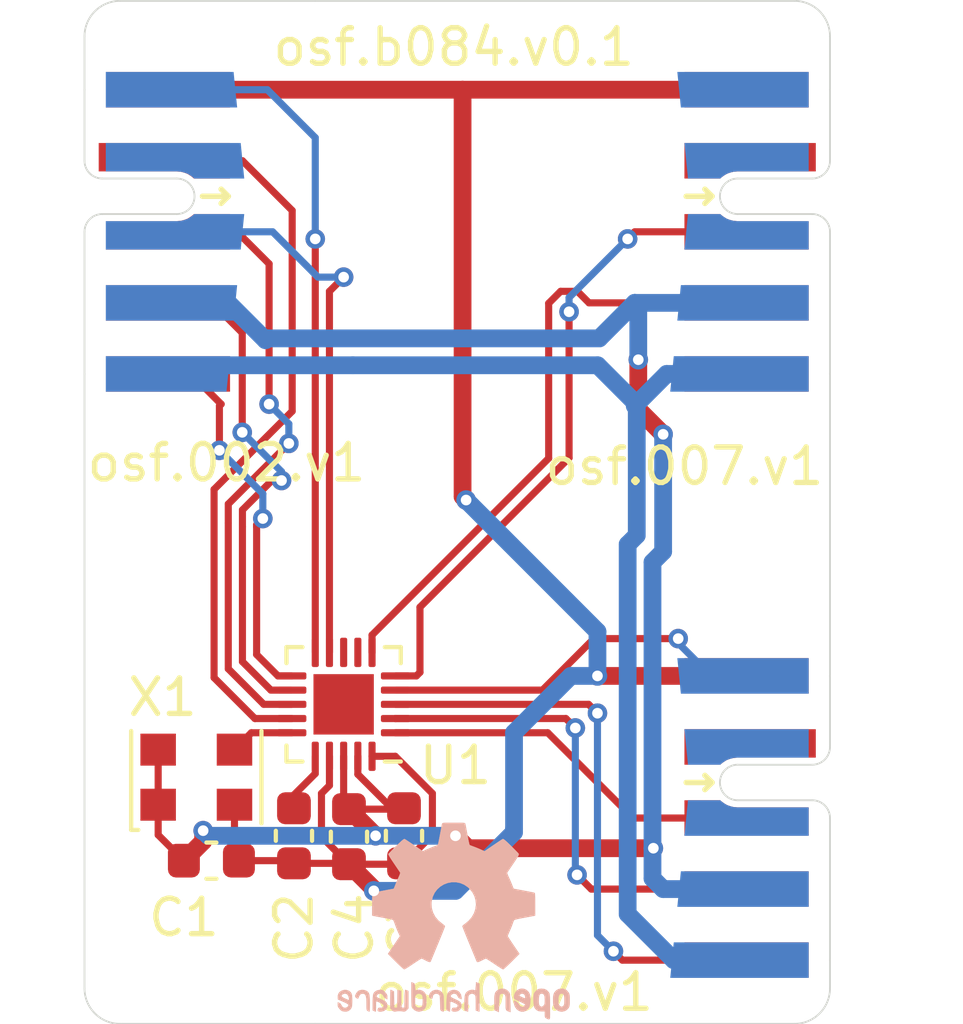
<source format=kicad_pcb>
(kicad_pcb (version 20211014) (generator pcbnew)
  (layers (0 "F.Cu" signal) (1 "In1.Cu" signal) (2 "In2.Cu" signal) (31 "B.Cu" signal) (34 "B.Paste" user) (35 "F.Paste" user) (36 "B.SilkS" user "B.Silkscreen") (37 "F.SilkS" user "F.Silkscreen") (38 "B.Mask" user) (39 "F.Mask" user) (44 "Edge.Cuts" user))
  (net 0 "")
  (net 1 "/5V")
  (net 2 "/3.3V")
  (net 3 "Net-(C2-Pad2)")
  (net 7 "GND")
  (net 9 "/ADC/{slash}RESET")
  (net 10 "/ADC/CS")
  (net 11 "/ADC/{slash}DRDY")
  (net 12 "/ADC/AD3-")
  (net 13 "/ADC/AD3+")
  (net 15 "/ADC/AD2+")
  (net 16 "/ADC/AD2-")
  (net 17 "/ADC/AD1-")
  (net 18 "/ADC/AD1+")
  (net 20 "/ADC/SCLK")
  (net 21 "/ADC/MISO")
  (net 22 "/ADC/MOSI")
  (net 23 "Net-(U1-Pad15)")
  (footprint "Capacitor_SMD:C_0603_1608Metric" (layer "F.Cu") (at 37.45 170.525 -90)
    (fp_text reference "C4" (at 2.575 -0.15 90) (layer "F.SilkS"))
    (fp_text value "100nF")
    (pad "1" smd roundrect locked (at -0.775 0 270) (size 0.9 0.95) (layers "F.Cu" "F.Paste" "F.Mask") (net 2 "/3.3V"))
    (pad "2" smd roundrect locked (at 0.775 0 270) (size 0.9 0.95) (layers "F.Cu" "F.Paste" "F.Mask") (net 7 "GND"))
  )
  (footprint "Oscillator:Oscillator_SMD_EuroQuartz_XO32-4Pin_3.2x2.5mm" (layer "F.Cu") (at 33.15 168.85 90)
    (fp_text reference "X1" (at 2.25 -0.95 180) (layer "F.SilkS"))
    (fp_text value "XO32")
    (pad "1" smd rect locked (at -0.775 -1.075) (size 1 0.9) (layers "F.Cu" "F.Paste" "F.Mask") (net 2 "/3.3V"))
    (pad "2" smd rect locked (at -0.775 1.075) (size 1 0.9) (layers "F.Cu" "F.Paste" "F.Mask") (net 7 "GND"))
    (pad "3" smd rect locked (at 0.775 1.075) (size 1 0.9) (layers "F.Cu" "F.Paste" "F.Mask") (net 23 "Net-(U1-Pad15)"))
    (pad "4" smd rect locked (at 0.775 -1.075) (size 1 0.9) (layers "F.Cu" "F.Paste" "F.Mask") (net 2 "/3.3V"))
  )
  (footprint "Package_DFN_QFN:WQFN-20-1EP_3x3mm_P0.4mm_EP1.7x1.7mm" (layer "F.Cu") (at 37.3 166.8 180)
    (fp_text reference "U1" (at -3.15 -1.72) (layer "F.SilkS"))
    (fp_text value "ADS131M03")
    (pad "1" smd roundrect locked (at -1.4625 -0.8 180) (size 0.825 0.2) (layers "F.Cu" "F.Paste" "F.Mask") (net 18 "/ADC/AD1+"))
    (pad "2" smd roundrect locked (at -1.4625 -0.4 180) (size 0.825 0.2) (layers "F.Cu" "F.Paste" "F.Mask") (net 17 "/ADC/AD1-"))
    (pad "3" smd roundrect locked (at -1.4625 0 180) (size 0.825 0.2) (layers "F.Cu" "F.Paste" "F.Mask") (net 15 "/ADC/AD2+"))
    (pad "4" smd roundrect locked (at -1.4625 0.4 180) (size 0.825 0.2) (layers "F.Cu" "F.Paste" "F.Mask") (net 16 "/ADC/AD2-"))
    (pad "5" smd roundrect locked (at -1.4625 0.8 180) (size 0.825 0.2) (layers "F.Cu" "F.Paste" "F.Mask") (net 13 "/ADC/AD3+"))
    (pad "6" smd roundrect locked (at -0.8 1.4625 180) (size 0.2 0.825) (layers "F.Cu" "F.Paste" "F.Mask") (net 12 "/ADC/AD3-"))
    (pad "7" smd roundrect locked (at -0.4 1.4625 180) (size 0.2 0.825) (layers "F.Cu" "F.Paste" "F.Mask"))
    (pad "8" smd roundrect locked (at 0 1.4625 180) (size 0.2 0.825) (layers "F.Cu" "F.Paste" "F.Mask"))
    (pad "9" smd roundrect locked (at 0.4 1.4625 180) (size 0.2 0.825) (layers "F.Cu" "F.Paste" "F.Mask") (net 9 "/ADC/{slash}RESET"))
    (pad "10" smd roundrect locked (at 0.8 1.4625 180) (size 0.2 0.825) (layers "F.Cu" "F.Paste" "F.Mask") (net 10 "/ADC/CS"))
    (pad "11" smd roundrect locked (at 1.4625 0.8 180) (size 0.825 0.2) (layers "F.Cu" "F.Paste" "F.Mask") (net 11 "/ADC/{slash}DRDY"))
    (pad "12" smd roundrect locked (at 1.4625 0.4 180) (size 0.825 0.2) (layers "F.Cu" "F.Paste" "F.Mask") (net 20 "/ADC/SCLK"))
    (pad "13" smd roundrect locked (at 1.4625 0 180) (size 0.825 0.2) (layers "F.Cu" "F.Paste" "F.Mask") (net 21 "/ADC/MISO"))
    (pad "14" smd roundrect locked (at 1.4625 -0.4 180) (size 0.825 0.2) (layers "F.Cu" "F.Paste" "F.Mask") (net 22 "/ADC/MOSI"))
    (pad "15" smd roundrect locked (at 1.4625 -0.8 180) (size 0.825 0.2) (layers "F.Cu" "F.Paste" "F.Mask") (net 23 "Net-(U1-Pad15)"))
    (pad "16" smd roundrect locked (at 0.8 -1.4625 180) (size 0.2 0.825) (layers "F.Cu" "F.Paste" "F.Mask") (net 3 "Net-(C2-Pad2)"))
    (pad "17" smd roundrect locked (at 0.4 -1.4625 180) (size 0.2 0.825) (layers "F.Cu" "F.Paste" "F.Mask") (net 7 "GND"))
    (pad "18" smd roundrect locked (at 0 -1.4625 180) (size 0.2 0.825) (layers "F.Cu" "F.Paste" "F.Mask") (net 2 "/3.3V"))
    (pad "19" smd roundrect locked (at -0.4 -1.4625 180) (size 0.2 0.825) (layers "F.Cu" "F.Paste" "F.Mask") (net 2 "/3.3V"))
    (pad "20" smd roundrect locked (at -0.8 -1.4625 180) (size 0.2 0.825) (layers "F.Cu" "F.Paste" "F.Mask") (net 7 "GND"))
    (pad "21" smd rect locked (at 0 0 180) (size 1.7 1.7) (layers "F.Cu" "F.Mask"))
  )
  (footprint "on_edge:on_edge_2x05_host" (layer "F.Cu") (at 51 153.5 -90)
    (fp_text reference "J2")
    (fp_text value "007_ADC")
    (fp_line (start 0 0) (end 4 0) (layer "Edge.Cuts") (width 0.05))
    (fp_line (start -1.5 0.5) (end -1.5 2.6) (layer "Edge.Cuts") (width 0.05))
    (fp_line (start -4 0) (end -2 0) (layer "Edge.Cuts") (width 0.05))
    (fp_line (start -0.5 2.6) (end -0.5 0.5) (layer "Edge.Cuts") (width 0.05))
    (fp_arc (start -0.5 2.6) (mid -1 3.1) (end -1.5 2.6) (layer "Edge.Cuts") (width 0.05))
    (fp_arc (start -2 0) (mid -1.646447 0.146447) (end -1.5 0.5) (layer "Edge.Cuts") (width 0.05))
    (fp_arc (start -0.5 0.5) (mid -0.353553 0.146447) (end 0 0) (layer "Edge.Cuts") (width 0.05))
    (pad "1" smd rect locked (at -4 2.35 270) (size 1 3.5) (layers "F.Cu" "F.Mask") (net 7 "GND"))
    (pad "2" smd custom locked (at -2 3.6 270) (size 1 1) (layers "F.Cu" "F.Mask") (options (clearance outline) (anchor rect)) (primitives (gr_poly (pts (xy 0.3 -0.99) (xy 0.31 -0.88) (xy 0.33 -0.8) (xy 0.35 -0.74) (xy 0.37 -0.69) (xy 0.4 -0.64) (xy 0.44 -0.58) (xy 0.48 -0.53) (xy 0.5 -0.51) (xy 0.5 0.5) (xy -0.5 0.5) (xy -0.5 -3.2) (xy 0.3 -3.2)) (width 0) (fill yes))))
    (pad "3" smd custom locked (at 0 3.6 270) (size 1 1) (layers "F.Cu" "F.Mask") (net 13 "/ADC/AD3+") (options (clearance outline) (anchor rect)) (primitives (gr_poly (pts (xy 0.5 0.5) (xy -0.5 0.5) (xy -0.5 -0.51) (xy -0.48 -0.53) (xy -0.44 -0.58) (xy -0.4 -0.64) (xy -0.37 -0.69) (xy -0.35 -0.74) (xy -0.33 -0.8) (xy -0.31 -0.88) (xy -0.3 -0.99) (xy -0.3 -3) (xy 0.5 -3)) (width 0) (fill yes))))
    (pad "4" smd rect locked (at 2 2.35 270) (size 1 3.5) (layers "F.Cu" "F.Mask") (net 12 "/ADC/AD3-"))
    (pad "5" smd rect locked (at 4 2.35 270) (size 1 3.5) (layers "F.Cu" "F.Mask"))
    (pad "6" smd custom locked (at -4 2.4 90) (size 1 3.6) (layers "B.Cu" "B.Mask") (options (clearance outline) (anchor rect)) (primitives (gr_poly (pts (xy 0.5 -1.8) (xy -0.5 -1.8) (xy 0.5 -1.9)) (width 0) (fill yes))))
    (pad "7" smd custom locked (at -2 2.1 90) (size 0.4 0.4) (layers "B.Cu" "B.Mask") (options (clearance outline) (anchor rect)) (primitives (gr_poly (pts (xy 0.5 1.5) (xy -0.3 1.5) (xy -0.3 -0.51) (xy -0.31 -0.62) (xy -0.33 -0.7) (xy -0.35 -0.76) (xy -0.37 -0.81) (xy -0.4 -0.86) (xy -0.44 -0.92) (xy -0.48 -0.97) (xy -0.5 -0.99) (xy -0.5 -1.9) (xy 0.5 -2)) (width 0) (fill yes))))
    (pad "8" smd custom locked (at 0 2.1 90) (size 0.4 0.4) (layers "B.Cu" "B.Mask") (options (clearance outline) (anchor rect)) (primitives (gr_poly (pts (xy 0.5 -1.9) (xy 0.5 -0.99) (xy 0.48 -0.97) (xy 0.44 -0.92) (xy 0.4 -0.86) (xy 0.37 -0.81) (xy 0.35 -0.76) (xy 0.33 -0.7) (xy 0.31 -0.62) (xy 0.3 -0.51) (xy 0.3 1.5) (xy -0.5 1.5) (xy -0.5 -2)) (width 0) (fill yes))))
    (pad "9" smd custom locked (at 2 2.4 90) (size 1 3.6) (layers "B.Cu" "B.Mask") (net 2 "/3.3V") (options (clearance outline) (anchor rect)) (primitives (gr_poly (pts (xy 0.5 -1.8) (xy -0.5 -1.8) (xy -0.5 -1.9)) (width 0) (fill yes))))
    (pad "10" smd custom locked (at 4 2.5 90) (size 1 3.8) (layers "B.Cu" "B.Mask") (net 1 "/5V") (options (clearance outline) (anchor rect)) (primitives (gr_poly (pts (xy 0.5 -1.9) (xy -0.5 -1.9) (xy -0.5 -2)) (width 0) (fill yes))))
  )
  (footprint "on_edge:on_edge_2x05_host" (layer "F.Cu") (at 51 170 -90)
    (fp_text reference "J3")
    (fp_text value "007_ADC")
    (fp_line (start -4 0) (end -2 0) (layer "Edge.Cuts") (width 0.05))
    (fp_line (start -0.5 2.6) (end -0.5 0.5) (layer "Edge.Cuts") (width 0.05))
    (fp_line (start -1.5 0.5) (end -1.5 2.6) (layer "Edge.Cuts") (width 0.05))
    (fp_line (start 0 0) (end 4 0) (layer "Edge.Cuts") (width 0.05))
    (fp_arc (start -0.5 0.5) (mid -0.353553 0.146447) (end 0 0) (layer "Edge.Cuts") (width 0.05))
    (fp_arc (start -0.5 2.6) (mid -1 3.1) (end -1.5 2.6) (layer "Edge.Cuts") (width 0.05))
    (fp_arc (start -2 0) (mid -1.646447 0.146447) (end -1.5 0.5) (layer "Edge.Cuts") (width 0.05))
    (pad "1" smd rect locked (at -4 2.35 270) (size 1 3.5) (layers "F.Cu" "F.Mask") (net 7 "GND"))
    (pad "2" smd custom locked (at -2 3.6 270) (size 1 1) (layers "F.Cu" "F.Mask") (options (clearance outline) (anchor rect)) (primitives (gr_poly (pts (xy 0.3 -0.99) (xy 0.31 -0.88) (xy 0.33 -0.8) (xy 0.35 -0.74) (xy 0.37 -0.69) (xy 0.4 -0.64) (xy 0.44 -0.58) (xy 0.48 -0.53) (xy 0.5 -0.51) (xy 0.5 0.5) (xy -0.5 0.5) (xy -0.5 -3.2) (xy 0.3 -3.2)) (width 0) (fill yes))))
    (pad "3" smd custom locked (at 0 3.6 270) (size 1 1) (layers "F.Cu" "F.Mask") (net 18 "/ADC/AD1+") (options (clearance outline) (anchor rect)) (primitives (gr_poly (pts (xy 0.5 0.5) (xy -0.5 0.5) (xy -0.5 -0.51) (xy -0.48 -0.53) (xy -0.44 -0.58) (xy -0.4 -0.64) (xy -0.37 -0.69) (xy -0.35 -0.74) (xy -0.33 -0.8) (xy -0.31 -0.88) (xy -0.3 -0.99) (xy -0.3 -3) (xy 0.5 -3)) (width 0) (fill yes))))
    (pad "4" smd rect locked (at 2 2.35 270) (size 1 3.5) (layers "F.Cu" "F.Mask") (net 17 "/ADC/AD1-"))
    (pad "5" smd rect locked (at 4 2.35 270) (size 1 3.5) (layers "F.Cu" "F.Mask") (net 15 "/ADC/AD2+"))
    (pad "6" smd custom locked (at -4 2.4 90) (size 1 3.6) (layers "B.Cu" "B.Mask") (net 16 "/ADC/AD2-") (options (clearance outline) (anchor rect)) (primitives (gr_poly (pts (xy 0.5 -1.8) (xy -0.5 -1.8) (xy 0.5 -1.9)) (width 0) (fill yes))))
    (pad "7" smd custom locked (at -2 2.1 90) (size 0.4 0.4) (layers "B.Cu" "B.Mask") (options (clearance outline) (anchor rect)) (primitives (gr_poly (pts (xy 0.5 1.5) (xy -0.3 1.5) (xy -0.3 -0.51) (xy -0.31 -0.62) (xy -0.33 -0.7) (xy -0.35 -0.76) (xy -0.37 -0.81) (xy -0.4 -0.86) (xy -0.44 -0.92) (xy -0.48 -0.97) (xy -0.5 -0.99) (xy -0.5 -1.9) (xy 0.5 -2)) (width 0) (fill yes))))
    (pad "8" smd custom locked (at 0 2.1 90) (size 0.4 0.4) (layers "B.Cu" "B.Mask") (options (clearance outline) (anchor rect)) (primitives (gr_poly (pts (xy 0.5 -1.9) (xy 0.5 -0.99) (xy 0.48 -0.97) (xy 0.44 -0.92) (xy 0.4 -0.86) (xy 0.37 -0.81) (xy 0.35 -0.76) (xy 0.33 -0.7) (xy 0.31 -0.62) (xy 0.3 -0.51) (xy 0.3 1.5) (xy -0.5 1.5) (xy -0.5 -2)) (width 0) (fill yes))))
    (pad "9" smd custom locked (at 2 2.4 90) (size 1 3.6) (layers "B.Cu" "B.Mask") (net 2 "/3.3V") (options (clearance outline) (anchor rect)) (primitives (gr_poly (pts (xy 0.5 -1.8) (xy -0.5 -1.8) (xy -0.5 -1.9)) (width 0) (fill yes))))
    (pad "10" smd custom locked (at 4 2.5 90) (size 1 3.8) (layers "B.Cu" "B.Mask") (net 1 "/5V") (options (clearance outline) (anchor rect)) (primitives (gr_poly (pts (xy 0.5 -1.9) (xy -0.5 -1.9) (xy -0.5 -2)) (width 0) (fill yes))))
  )
  (footprint "on_edge:on_edge_2x05_device" (layer "F.Cu") (at 30 153.5 -90)
    (fp_text reference "J1")
    (fp_text value "002_SPI")
    (fp_line (start -0.5 -0.5) (end -0.5 -2.6) (layer "Edge.Cuts") (width 0.05))
    (fp_line (start -4 0) (end -2 0) (layer "Edge.Cuts") (width 0.05))
    (fp_line (start 0 0) (end 4 0) (layer "Edge.Cuts") (width 0.05))
    (fp_line (start -1.5 -2.6) (end -1.5 -0.5) (layer "Edge.Cuts") (width 0.05))
    (fp_arc (start -1.5 -0.5) (mid -1.646447 -0.146447) (end -2 0) (layer "Edge.Cuts") (width 0.05))
    (fp_arc (start 0 0) (mid -0.353553 -0.146447) (end -0.5 -0.5) (layer "Edge.Cuts") (width 0.05))
    (fp_arc (start -1.5 -2.6) (mid -1 -3.1) (end -0.5 -2.6) (layer "Edge.Cuts") (width 0.05))
    (pad "1" smd rect locked (at -4 -2.35 90) (size 1 3.5) (layers "F.Cu" "F.Mask") (net 7 "GND"))
    (pad "2" smd custom locked (at -2 -3.6 270) (size 1 1) (layers "F.Cu" "F.Mask") (net 22 "/ADC/MOSI") (options (clearance outline) (anchor rect)) (primitives (gr_poly (pts (xy 0.5 0.52) (xy 0.48 0.54) (xy 0.44 0.59) (xy 0.4 0.65) (xy 0.37 0.7) (xy 0.35 0.75) (xy 0.33 0.81) (xy 0.31 0.89) (xy 0.3 1) (xy 0.3 3.2) (xy -0.5 3.2) (xy -0.5 -0.5) (xy 0.5 -0.5)) (width 0) (fill yes))))
    (pad "3" smd custom locked (at 0 -3.6 270) (size 1 1) (layers "F.Cu" "F.Mask") (net 21 "/ADC/MISO") (options (clearance outline) (anchor rect)) (primitives (gr_poly (pts (xy 0.5 3) (xy -0.3 3) (xy -0.3 1) (xy -0.31 0.89) (xy -0.33 0.81) (xy -0.35 0.75) (xy -0.37 0.7) (xy -0.4 0.65) (xy -0.44 0.59) (xy -0.48 0.54) (xy -0.5 0.52) (xy -0.5 -0.5) (xy 0.5 -0.5)) (width 0) (fill yes))))
    (pad "4" smd rect locked (at 2 -2.35 90) (size 1 3.5) (layers "F.Cu" "F.Mask") (net 20 "/ADC/SCLK"))
    (pad "5" smd rect locked (at 4 -2.35 90) (size 1 3.5) (layers "F.Cu" "F.Mask") (net 11 "/ADC/{slash}DRDY"))
    (pad "6" smd custom locked (at -4 -2.4 270) (size 1 3.6) (layers "B.Cu" "B.Mask") (net 10 "/ADC/CS") (options (clearance outline) (anchor rect)) (primitives (gr_poly (pts (xy 0.5 -1.8) (xy -0.5 -1.8) (xy 0.5 -1.9)) (width 0) (fill yes))))
    (pad "7" smd custom locked (at -2 -2.1 270) (size 0.4 0.4) (layers "B.Cu" "B.Mask") (options (clearance outline) (anchor rect)) (primitives (gr_poly (pts (xy 0.5 -0.99) (xy 0.48 -0.97) (xy 0.44 -0.92) (xy 0.4 -0.86) (xy 0.37 -0.81) (xy 0.35 -0.76) (xy 0.33 -0.7) (xy 0.31 -0.62) (xy 0.3 -0.51) (xy 0.3 1.5) (xy -0.5 1.5) (xy -0.5 -2.3) (xy 0.5 -2.4)) (width 0) (fill yes))))
    (pad "8" smd custom locked (at 0 -2.1 270) (size 0.4 0.4) (layers "B.Cu" "B.Mask") (net 9 "/ADC/{slash}RESET") (options (clearance outline) (anchor rect)) (primitives (gr_poly (pts (xy 0.5 -2.3) (xy 0.5 1.5) (xy -0.3 1.5) (xy -0.3 -0.51) (xy -0.31 -0.62) (xy -0.33 -0.7) (xy -0.35 -0.76) (xy -0.37 -0.81) (xy -0.4 -0.86) (xy -0.44 -0.92) (xy -0.48 -0.97) (xy -0.5 -0.99) (xy -0.5 -2.4)) (width 0) (fill yes))))
    (pad "9" smd custom locked (at 2 -2.4 270) (size 1 3.6) (layers "B.Cu" "B.Mask") (net 2 "/3.3V") (options (clearance outline) (anchor rect)) (primitives (gr_poly (pts (xy 0.5 -1.8) (xy -0.5 -1.8) (xy -0.5 -1.9)) (width 0) (fill yes))))
    (pad "10" smd custom locked (at 4 -2.3 270) (size 1 3.4) (layers "B.Cu" "B.Mask") (net 1 "/5V") (options (clearance outline) (anchor rect)) (primitives (gr_poly (pts (xy 0.5 -1.7) (xy -0.5 -1.7) (xy -0.5 -1.8)) (width 0) (fill yes))))
  )
  (footprint "Capacitor_SMD:C_0603_1608Metric" (layer "F.Cu") (at 33.575 171.2)
    (fp_text reference "C1" (at -0.775 1.6) (layer "F.SilkS"))
    (fp_text value "100nF")
    (pad "1" smd roundrect locked (at -0.775 0) (size 0.9 0.95) (layers "F.Cu" "F.Paste" "F.Mask") (net 2 "/3.3V"))
    (pad "2" smd roundrect locked (at 0.775 0) (size 0.9 0.95) (layers "F.Cu" "F.Paste" "F.Mask") (net 7 "GND"))
  )
  (footprint "Capacitor_SMD:C_0603_1608Metric" (layer "F.Cu") (at 35.9 170.5 90)
    (fp_text reference "C2" (at -2.6 0 90) (layer "F.SilkS"))
    (fp_text value "220nF")
    (pad "1" smd roundrect locked (at -0.775 0 90) (size 0.9 0.95) (layers "F.Cu" "F.Paste" "F.Mask") (net 7 "GND"))
    (pad "2" smd roundrect locked (at 0.775 0 90) (size 0.9 0.95) (layers "F.Cu" "F.Paste" "F.Mask") (net 3 "Net-(C2-Pad2)"))
  )
  (footprint "Capacitor_SMD:C_0603_1608Metric" (layer "F.Cu") (at 39 170.5 -90)
    (fp_text reference "C3" (at 2.5 -0.1 90) (layer "F.SilkS"))
    (fp_text value "100nF")
    (pad "1" smd roundrect locked (at -0.775 0 270) (size 0.9 0.95) (layers "F.Cu" "F.Paste" "F.Mask") (net 2 "/3.3V"))
    (pad "2" smd roundrect locked (at 0.775 0 270) (size 0.9 0.95) (layers "F.Cu" "F.Paste" "F.Mask") (net 7 "GND"))
  )
  (footprint "Symbol:OSHW-Logo2_7.3x6mm_SilkScreen" (layer "B.Cu") (at 40.4 172.892893 180)
    (fp_text reference "l1" hide)
    (fp_text value "Logo_Open_Hardware_Larg" hide)
  )
  (gr_line (start 31 175.792893) (end 36.5 175.792893) (layer "Edge.Cuts") (width 0.05))
  (gr_line (start 51 149.5) (end 51 148) (layer "Edge.Cuts") (width 0.05))
  (gr_arc (start 31 175.792893) (mid 30.292893 175.5) (end 30 174.792893) (layer "Edge.Cuts") (width 0.05))
  (gr_arc (start 50 147) (mid 50.707107 147.292893) (end 51 148) (layer "Edge.Cuts") (width 0.05))
  (gr_arc (start 51 174.792893) (mid 50.707107 175.5) (end 50 175.792893) (layer "Edge.Cuts") (width 0.05))
  (gr_line (start 30 157.5) (end 30 174.792893) (layer "Edge.Cuts") (width 0.05))
  (gr_arc (start 30 148) (mid 30.292893 147.292893) (end 31 147) (layer "Edge.Cuts") (width 0.05))
  (gr_line (start 36.5 147) (end 31 147) (layer "Edge.Cuts") (width 0.05))
  (gr_line (start 36.5 147) (end 50 147) (layer "Edge.Cuts") (width 0.05))
  (gr_line (start 30 149.5) (end 30 148) (layer "Edge.Cuts") (width 0.05))
  (gr_line (start 50 175.792893) (end 36.5 175.792893) (layer "Edge.Cuts") (width 0.05))
  (gr_line (start 51 166) (end 51 157.5) (layer "Edge.Cuts") (width 0.05))
  (gr_line (start 51 174.792893) (end 51 174) (layer "Edge.Cuts") (width 0.05))
  (gr_text "osf.007.v1" (at 42.1 174.9) (layer "F.SilkS") (effects (font (size 1 1))))
  (gr_text "osf.b084.v0.1" (at 40.4 148.3) (layer "F.SilkS") (effects (font (size 1 1))))
  (gr_text "osf.007.v1" (at 46.9 160.1) (layer "F.SilkS") (effects (font (size 1 1))))
  (gr_text "osf.002.v1" (at 34 160) (layer "F.SilkS") (effects (font (size 1 1))))
  (segment (start 48.5 174) (end 46.6 174) (width 0.5) (layer "B.Cu") (net 1))
  (segment (start 45.556781 158.356781) (end 44.456781 157.256781) (width 0.5) (layer "B.Cu") (net 1))
  (segment (start 44.456781 157.256781) (end 37.556781 157.256781) (width 0.5) (layer "B.Cu") (net 1))
  (segment (start 45.3 162.3) (end 45.556781 162.043219) (width 0.5) (layer "B.Cu") (net 1))
  (segment (start 45.3 172.7) (end 45.3 162.3) (width 0.5) (layer "B.Cu") (net 1))
  (segment (start 45.5 158.4) (end 46.4 157.5) (width 0.5) (layer "B.Cu") (net 1))
  (segment (start 46.4 157.5) (end 48.5 157.5) (width 0.5) (layer "B.Cu") (net 1))
  (segment (start 46.6 174) (end 45.3 172.7) (width 0.5) (layer "B.Cu") (net 1))
  (segment (start 32.3 157.5) (end 32.543219 157.256781) (width 0.5) (layer "B.Cu") (net 1))
  (segment (start 32.543219 157.256781) (end 37.556781 157.256781) (width 0.5) (layer "B.Cu") (net 1))
  (segment (start 45.556781 162.043219) (end 45.556781 158.356781) (width 0.5) (layer "B.Cu") (net 1))
  (segment (start 33.342359 170.355603) (end 33.342359 170.657641) (width 0.5) (layer "F.Cu") (net 2))
  (segment (start 32.075 170.475) (end 32.8 171.2) (width 0.2) (layer "F.Cu") (net 2))
  (segment (start 32.075 168.075) (end 32.075 169.625) (width 0.2) (layer "F.Cu") (net 2))
  (segment (start 33.342359 170.657641) (end 32.8 171.2) (width 0.5) (layer "F.Cu") (net 2))
  (segment (start 37.3 168.2625) (end 37.3 169.6) (width 0.2) (layer "F.Cu") (net 2))
  (segment (start 46.3 159.2) (end 45.6 158.5) (width 0.5) (layer "F.Cu") (net 2))
  (segment (start 37.45 169.75) (end 38.975 169.75) (width 0.2) (layer "F.Cu") (net 2))
  (segment (start 46.0245 170.85) (end 40.8 170.85) (width 0.5) (layer "F.Cu") (net 2))
  (segment (start 39 169.725) (end 38.655705 169.725) (width 0.2) (layer "F.Cu") (net 2))
  (segment (start 45.6 158.5) (end 45.6 157.1) (width 0.5) (layer "F.Cu") (net 2))
  (segment (start 38.975 169.75) (end 39 169.725) (width 0.2) (layer "F.Cu") (net 2))
  (segment (start 37.3 169.6) (end 37.45 169.75) (width 0.2) (layer "F.Cu") (net 2))
  (segment (start 32.075 169.625) (end 32.075 170.475) (width 0.2) (layer "F.Cu") (net 2))
  (segment (start 38.2 170.5) (end 37.45 169.75) (width 0.5) (layer "F.Cu") (net 2))
  (segment (start 40.8 170.85) (end 40.45 170.5) (width 0.5) (layer "F.Cu") (net 2))
  (segment (start 38.655705 169.725) (end 37.7 168.769295) (width 0.2) (layer "F.Cu") (net 2))
  (segment (start 37.7 168.769295) (end 37.7 168.2625) (width 0.2) (layer "F.Cu") (net 2))
  (via (at 45.6 157.1) (size 0.55) (drill 0.3) (layers "F.Cu" "B.Cu") (net 2))
  (via (at 38.2 170.5) (size 0.55) (drill 0.3) (layers "F.Cu" "B.Cu") (net 2))
  (via (at 33.342359 170.355603) (size 0.55) (drill 0.3) (layers "F.Cu" "B.Cu") (net 2))
  (via (at 46.3 159.2) (size 0.55) (drill 0.3) (layers "F.Cu" "B.Cu") (net 2))
  (via (at 46.0245 170.85) (size 0.55) (drill 0.3) (layers "F.Cu" "B.Cu") (net 2))
  (via (at 40.45 170.5) (size 0.55) (drill 0.3) (layers "F.Cu" "B.Cu") (net 2))
  (segment (start 34.05 155.5) (end 32.4 155.5) (width 0.5) (layer "B.Cu") (net 2))
  (segment (start 40.45 170.5) (end 38.2 170.5) (width 0.5) (layer "B.Cu") (net 2))
  (segment (start 45.6 155.6) (end 45.5 155.5) (width 0.5) (layer "B.Cu") (net 2))
  (segment (start 46 171.7) (end 46.3 172) (width 0.5) (layer "B.Cu") (net 2))
  (segment (start 46.3 159.2) (end 46.3 162.5) (width 0.5) (layer "B.Cu") (net 2))
  (segment (start 44.5 156.5) (end 35.15 156.5) (width 0.5) (layer "B.Cu") (net 2))
  (segment (start 46 170.85) (end 46 171.7) (width 0.5) (layer "B.Cu") (net 2))
  (segment (start 35.1 156.55) (end 34.05 155.5) (width 0.5) (layer "B.Cu") (net 2))
  (segment (start 46 170.85) (end 46.0245 170.85) (width 0.5) (layer "B.Cu") (net 2))
  (segment (start 33.486756 170.5) (end 33.342359 170.355603) (width 0.5) (layer "B.Cu") (net 2))
  (segment (start 45.5 155.5) (end 44.5 156.5) (width 0.5) (layer "B.Cu") (net 2))
  (segment (start 46 162.8) (end 46 170.85) (width 0.5) (layer "B.Cu") (net 2))
  (segment (start 35.15 156.5) (end 35.1 156.55) (width 0.5) (layer "B.Cu") (net 2))
  (segment (start 38.2 170.5) (end 33.486756 170.5) (width 0.5) (layer "B.Cu") (net 2))
  (segment (start 46.3 162.5) (end 46 162.8) (width 0.5) (layer "B.Cu") (net 2))
  (segment (start 48.6 155.5) (end 45.5 155.5) (width 0.5) (layer "B.Cu") (net 2))
  (segment (start 46.3 172) (end 48.6 172) (width 0.5) (layer "B.Cu") (net 2))
  (segment (start 45.6 157.1) (end 45.6 155.6) (width 0.5) (layer "B.Cu") (net 2))
  (segment (start 36.50048 168.65048) (end 36.50048 168.74952) (width 0.2) (layer "F.Cu") (net 3))
  (segment (start 36.5 168.2625) (end 36.5 168.65) (width 0.2) (layer "F.Cu") (net 3))
  (segment (start 36.5 168.65) (end 36.50048 168.65048) (width 0.2) (layer "F.Cu") (net 3))
  (segment (start 35.9 169.35) (end 35.9 169.725) (width 0.2) (layer "F.Cu") (net 3))
  (segment (start 36.50048 168.74952) (end 35.9 169.35) (width 0.2) (layer "F.Cu") (net 3))
  (segment (start 38.975 171.3) (end 39 171.275) (width 0.2) (layer "F.Cu") (net 7))
  (segment (start 38.15 172.05) (end 38.15 172) (width 0.5) (layer "F.Cu") (net 7))
  (segment (start 39.8 169.308217) (end 39.8 170.475) (width 0.2) (layer "F.Cu") (net 7))
  (segment (start 40.65 149.5) (end 40.65 160.95) (width 0.5) (layer "F.Cu") (net 7))
  (segment (start 36.9 168.2625) (end 36.9 169.083217) (width 0.2) (layer "F.Cu") (net 7))
  (segment (start 38.15 172) (end 37.45 171.3) (width 0.5) (layer "F.Cu") (net 7))
  (segment (start 39.8 170.475) (end 39 171.275) (width 0.2) (layer "F.Cu") (net 7))
  (segment (start 35.825 171.2) (end 35.9 171.275) (width 0.2) (layer "F.Cu") (net 7))
  (segment (start 35.9 171.275) (end 37.425 171.275) (width 0.2) (layer "F.Cu") (net 7))
  (segment (start 40.65 149.5) (end 48.65 149.5) (width 0.5) (layer "F.Cu") (net 7))
  (segment (start 34.225 171.075) (end 34.35 171.2) (width 0.2) (layer "F.Cu") (net 7))
  (segment (start 48.65 166) (end 44.45 166) (width 0.5) (layer "F.Cu") (net 7))
  (segment (start 38.754283 168.2625) (end 39.8 169.308217) (width 0.2) (layer "F.Cu") (net 7))
  (segment (start 37.45 171.3) (end 38.975 171.3) (width 0.2) (layer "F.Cu") (net 7))
  (segment (start 34.35 171.2) (end 35.825 171.2) (width 0.2) (layer "F.Cu") (net 7))
  (segment (start 40.65 160.95) (end 40.75 161.05) (width 0.5) (layer "F.Cu") (net 7))
  (segment (start 34.225 169.625) (end 34.225 171.075) (width 0.2) (layer "F.Cu") (net 7))
  (segment (start 36.9 169.083217) (end 36.67548 169.307737) (width 0.2) (layer "F.Cu") (net 7))
  (segment (start 36.67548 170.52548) (end 37.45 171.3) (width 0.2) (layer "F.Cu") (net 7))
  (segment (start 38.1 168.2625) (end 38.754283 168.2625) (width 0.2) (layer "F.Cu") (net 7))
  (segment (start 32.35 149.5) (end 40.65 149.5) (width 0.5) (layer "F.Cu") (net 7))
  (segment (start 37.425 171.275) (end 37.45 171.3) (width 0.2) (layer "F.Cu") (net 7))
  (segment (start 36.67548 169.307737) (end 36.67548 170.52548) (width 0.2) (layer "F.Cu") (net 7))
  (via (at 38.15 172.05) (size 0.55) (drill 0.3) (layers "F.Cu" "B.Cu") (net 7))
  (via (at 44.45 166) (size 0.55) (drill 0.3) (layers "F.Cu" "B.Cu") (net 7))
  (via (at 40.75 161.05) (size 0.55) (drill 0.3) (layers "F.Cu" "B.Cu") (net 7))
  (segment (start 44.45 166) (end 43.7 166) (width 0.5) (layer "B.Cu") (net 7))
  (segment (start 40.75 161.05) (end 44.45 164.75) (width 0.5) (layer "B.Cu") (net 7))
  (segment (start 42.1 170.4) (end 40.85 171.65) (width 0.5) (layer "B.Cu") (net 7))
  (segment (start 43.7 166) (end 42.65 167.05) (width 0.5) (layer "B.Cu") (net 7))
  (segment (start 40.85 171.65) (end 40.45 172.05) (width 0.5) (layer "B.Cu") (net 7))
  (segment (start 44.45 164.75) (end 44.45 166) (width 0.5) (layer "B.Cu") (net 7))
  (segment (start 42.1 170.3) (end 42.1 170.4) (width 0.5) (layer "B.Cu") (net 7))
  (segment (start 40.45 172.05) (end 38.15 172.05) (width 0.5) (layer "B.Cu") (net 7))
  (segment (start 42.1 167.6) (end 42.1 170.3) (width 0.5) (layer "B.Cu") (net 7))
  (segment (start 42.65 167.05) (end 42.1 167.6) (width 0.5) (layer "B.Cu") (net 7))
  (segment (start 36.9 155.1755) (end 37.3 154.7755) (width 0.2) (layer "F.Cu") (net 9))
  (segment (start 36.9 165.3375) (end 36.9 155.1755) (width 0.2) (layer "F.Cu") (net 9))
  (via (at 37.3 154.7755) (size 0.55) (drill 0.3) (layers "F.Cu" "B.Cu") (net 9))
  (segment (start 36.5755 154.7755) (end 35.3 153.5) (width 0.2) (layer "B.Cu") (net 9))
  (segment (start 37.3 154.7755) (end 36.5755 154.7755) (width 0.2) (layer "B.Cu") (net 9))
  (segment (start 35.3 153.5) (end 32.1 153.5) (width 0.2) (layer "B.Cu") (net 9))
  (segment (start 36.5 165.3375) (end 36.5 153.7) (width 0.2) (layer "F.Cu") (net 10))
  (via (at 36.5 153.7) (size 0.55) (drill 0.3) (layers "F.Cu" "B.Cu") (net 10))
  (segment (start 36.5 150.85) (end 35.15 149.5) (width 0.2) (layer "B.Cu") (net 10))
  (segment (start 36.5 153.7) (end 36.5 150.85) (width 0.2) (layer "B.Cu") (net 10))
  (segment (start 35.15 149.5) (end 32.4 149.5) (width 0.2) (layer "B.Cu") (net 10))
  (segment (start 34.84856 161.744949) (end 35.02354 161.569969) (width 0.2) (layer "F.Cu") (net 11))
  (segment (start 33.8 158.4) (end 33.85 158.35) (width 0.2) (layer "F.Cu") (net 11))
  (segment (start 35.8375 166) (end 35.45 166) (width 0.2) (layer "F.Cu") (net 11))
  (segment (start 33 157.5) (end 32.35 157.5) (width 0.2) (layer "F.Cu") (net 11))
  (segment (start 33.85 158.35) (end 33 157.5) (width 0.2) (layer "F.Cu") (net 11))
  (segment (start 34.84856 165.39856) (end 34.84856 161.8) (width 0.2) (layer "F.Cu") (net 11))
  (segment (start 34.84856 161.8) (end 34.84856 161.744949) (width 0.2) (layer "F.Cu") (net 11))
  (segment (start 33.8 159.65) (end 33.8 158.4) (width 0.2) (layer "F.Cu") (net 11))
  (segment (start 35.45 166) (end 34.84856 165.39856) (width 0.2) (layer "F.Cu") (net 11))
  (via (at 35.02354 161.569969) (size 0.55) (drill 0.3) (layers "F.Cu" "B.Cu") (net 11))
  (via (at 33.8 159.65) (size 0.55) (drill 0.3) (layers "F.Cu" "B.Cu") (net 11))
  (segment (start 35.02354 161.569969) (end 35.02354 160.87354) (width 0.2) (layer "B.Cu") (net 11))
  (segment (start 35.02354 160.87354) (end 33.8 159.65) (width 0.2) (layer "B.Cu") (net 11))
  (segment (start 43.412029 155.175489) (end 43.887971 155.175489) (width 0.2) (layer "F.Cu") (net 12))
  (segment (start 43.887971 155.175489) (end 44.212482 155.5) (width 0.2) (layer "F.Cu") (net 12))
  (segment (start 38.1 165.3375) (end 38.1 164.85) (width 0.2) (layer "F.Cu") (net 12))
  (segment (start 44.212482 155.5) (end 48.65 155.5) (width 0.2) (layer "F.Cu") (net 12))
  (segment (start 43.075489 155.512029) (end 43.412029 155.175489) (width 0.2) (layer "F.Cu") (net 12))
  (segment (start 43.075489 159.874511) (end 43.075489 155.512029) (width 0.2) (layer "F.Cu") (net 12))
  (segment (start 38.1 164.85) (end 43.075489 159.874511) (width 0.2) (layer "F.Cu") (net 12))
  (segment (start 45.5 153.5) (end 47.4 153.5) (width 0.2) (layer "F.Cu") (net 13))
  (segment (start 43.65 159.865006) (end 43.65 155.75) (width 0.2) (layer "F.Cu") (net 13))
  (segment (start 39.45 164.065006) (end 43.65 159.865006) (width 0.2) (layer "F.Cu") (net 13))
  (segment (start 45.3 153.7) (end 45.5 153.5) (width 0.2) (layer "F.Cu") (net 13))
  (segment (start 38.7625 166) (end 39.35 166) (width 0.2) (layer "F.Cu") (net 13))
  (segment (start 39.45 165.9) (end 39.45 164.065006) (width 0.2) (layer "F.Cu") (net 13))
  (segment (start 39.35 166) (end 39.45 165.9) (width 0.2) (layer "F.Cu") (net 13))
  (via (at 43.65 155.75) (size 0.55) (drill 0.3) (layers "F.Cu" "B.Cu") (net 13))
  (via (at 45.3 153.7) (size 0.55) (drill 0.3) (layers "F.Cu" "B.Cu") (net 13))
  (segment (start 43.65 155.75) (end 43.65 155.35) (width 0.2) (layer "B.Cu") (net 13))
  (segment (start 43.65 155.35) (end 45.3 153.7) (width 0.2) (layer "B.Cu") (net 13))
  (segment (start 44.9 173.75) (end 45.15 174) (width 0.2) (layer "F.Cu") (net 15))
  (segment (start 45.15 174) (end 48.65 174) (width 0.2) (layer "F.Cu") (net 15))
  (segment (start 38.7625 166.8) (end 44.2 166.8) (width 0.2) (layer "F.Cu") (net 15))
  (segment (start 44.2 166.8) (end 44.45 167.05) (width 0.2) (layer "F.Cu") (net 15))
  (via (at 44.9 173.75) (size 0.55) (drill 0.3) (layers "F.Cu" "B.Cu") (net 15))
  (via (at 44.45 167.05) (size 0.55) (drill 0.3) (layers "F.Cu" "B.Cu") (net 15))
  (segment (start 44.45 167.05) (end 44.45 173.3) (width 0.2) (layer "B.Cu") (net 15))
  (segment (start 44.45 173.3) (end 44.9 173.75) (width 0.2) (layer "B.Cu") (net 15))
  (segment (start 42.9 166.4) (end 38.7625 166.4) (width 0.2) (layer "F.Cu") (net 16))
  (segment (start 46.7245 164.95) (end 44.35 164.95) (width 0.2) (layer "F.Cu") (net 16))
  (segment (start 44.35 164.95) (end 42.9 166.4) (width 0.2) (layer "F.Cu") (net 16))
  (via (at 46.7245 164.95) (size 0.55) (drill 0.3) (layers "F.Cu" "B.Cu") (net 16))
  (segment (start 46.7245 165.0745) (end 46.7245 164.95) (width 0.2) (layer "B.Cu") (net 16))
  (segment (start 46.75 165.1) (end 46.7245 165.0745) (width 0.2) (layer "B.Cu") (net 16))
  (segment (start 47.65 166) (end 46.75 165.1) (width 0.2) (layer "B.Cu") (net 16))
  (segment (start 48.6 166) (end 47.65 166) (width 0.2) (layer "B.Cu") (net 16))
  (segment (start 44.2755 172) (end 43.8755 171.6) (width 0.2) (layer "F.Cu") (net 17))
  (segment (start 43.560147 167.19952) (end 38.76298 167.19952) (width 0.2) (layer "F.Cu") (net 17))
  (segment (start 48.65 172) (end 44.2755 172) (width 0.2) (layer "F.Cu") (net 17))
  (segment (start 38.76298 167.19952) (end 38.7625 167.2) (width 0.2) (layer "F.Cu") (net 17))
  (segment (start 43.826376 167.465749) (end 43.560147 167.19952) (width 0.2) (layer "F.Cu") (net 17))
  (via (at 43.8755 171.6) (size 0.55) (drill 0.3) (layers "F.Cu" "B.Cu") (net 17))
  (via (at 43.826376 167.465749) (size 0.55) (drill 0.3) (layers "F.Cu" "B.Cu") (net 17))
  (segment (start 43.8755 171.6) (end 43.826376 171.550876) (width 0.2) (layer "B.Cu") (net 17))
  (segment (start 43.826376 171.550876) (end 43.826376 167.465749) (width 0.2) (layer "B.Cu") (net 17))
  (segment (start 45.45 170) (end 47.4 170) (width 0.2) (layer "F.Cu") (net 18))
  (segment (start 38.7625 167.6) (end 43.05 167.6) (width 0.2) (layer "F.Cu") (net 18))
  (segment (start 43.05 167.6) (end 45.45 170) (width 0.2) (layer "F.Cu") (net 18))
  (segment (start 34.44904 161.328432) (end 35.263736 160.513736) (width 0.2) (layer "F.Cu") (net 20))
  (segment (start 35.25 166.4) (end 34.44904 165.59904) (width 0.2) (layer "F.Cu") (net 20))
  (segment (start 35.263736 160.513736) (end 35.277472 160.5) (width 0.2) (layer "F.Cu") (net 20))
  (segment (start 34.44904 165.59904) (end 34.44904 161.8) (width 0.2) (layer "F.Cu") (net 20))
  (segment (start 33.6 155.5) (end 32.35 155.5) (width 0.2) (layer "F.Cu") (net 20))
  (segment (start 34.44904 161.8) (end 34.44904 161.328432) (width 0.2) (layer "F.Cu") (net 20))
  (segment (start 34.443767 159.143767) (end 34.443767 156.343767) (width 0.2) (layer "F.Cu") (net 20))
  (segment (start 34.443767 156.343767) (end 33.6 155.5) (width 0.2) (layer "F.Cu") (net 20))
  (segment (start 35.277472 160.5) (end 35.55 160.5) (width 0.2) (layer "F.Cu") (net 20))
  (segment (start 35.8375 166.4) (end 35.25 166.4) (width 0.2) (layer "F.Cu") (net 20))
  (via (at 35.55 160.5) (size 0.55) (drill 0.3) (layers "F.Cu" "B.Cu") (net 20))
  (via (at 34.443767 159.143767) (size 0.55) (drill 0.3) (layers "F.Cu" "B.Cu") (net 20))
  (segment (start 35.55 160.5) (end 35.55 160.25) (width 0.2) (layer "B.Cu") (net 20))
  (segment (start 35.55 160.25) (end 34.443767 159.143767) (width 0.2) (layer "B.Cu") (net 20))
  (segment (start 35.2 158.35) (end 35.2 154.4) (width 0.2) (layer "F.Cu") (net 21))
  (segment (start 34.04952 161.7) (end 34.04952 161.162946) (width 0.2) (layer "F.Cu") (net 21))
  (segment (start 34.04952 161.162946) (end 35.756233 159.456233) (width 0.2) (layer "F.Cu") (net 21))
  (segment (start 34.04952 165.79952) (end 34.04952 161.7) (width 0.2) (layer "F.Cu") (net 21))
  (segment (start 35.2 154.4) (end 34.3 153.5) (width 0.2) (layer "F.Cu") (net 21))
  (segment (start 34.3 153.5) (end 33.6 153.5) (width 0.2) (layer "F.Cu") (net 21))
  (segment (start 35.05 166.8) (end 34.04952 165.79952) (width 0.2) (layer "F.Cu") (net 21))
  (segment (start 35.8375 166.8) (end 35.05 166.8) (width 0.2) (layer "F.Cu") (net 21))
  (via (at 35.2 158.35) (size 0.55) (drill 0.3) (layers "F.Cu" "B.Cu") (net 21))
  (via (at 35.756233 159.456233) (size 0.55) (drill 0.3) (layers "F.Cu" "B.Cu") (net 21))
  (segment (start 35.756233 159.456233) (end 35.756233 158.906233) (width 0.2) (layer "B.Cu") (net 21))
  (segment (start 35.756233 158.906233) (end 35.2 158.35) (width 0.2) (layer "B.Cu") (net 21))
  (segment (start 33.65 166.05) (end 33.65 160.75) (width 0.2) (layer "F.Cu") (net 22))
  (segment (start 35.85 152.9) (end 34.45 151.5) (width 0.2) (layer "F.Cu") (net 22))
  (segment (start 35.85 158.55) (end 35.85 152.9) (width 0.2) (layer "F.Cu") (net 22))
  (segment (start 34.45 151.5) (end 33.6 151.5) (width 0.2) (layer "F.Cu") (net 22))
  (segment (start 35.8375 167.2) (end 34.8 167.2) (width 0.2) (layer "F.Cu") (net 22))
  (segment (start 34.8 167.2) (end 33.65 166.05) (width 0.2) (layer "F.Cu") (net 22))
  (segment (start 33.65 160.75) (end 35.85 158.55) (width 0.2) (layer "F.Cu") (net 22))
  (segment (start 34.225 168.075) (end 34.7 167.6) (width 0.2) (layer "F.Cu") (net 23))
  (segment (start 34.7 167.6) (end 35.8375 167.6) (width 0.2) (layer "F.Cu") (net 23))
)
</source>
